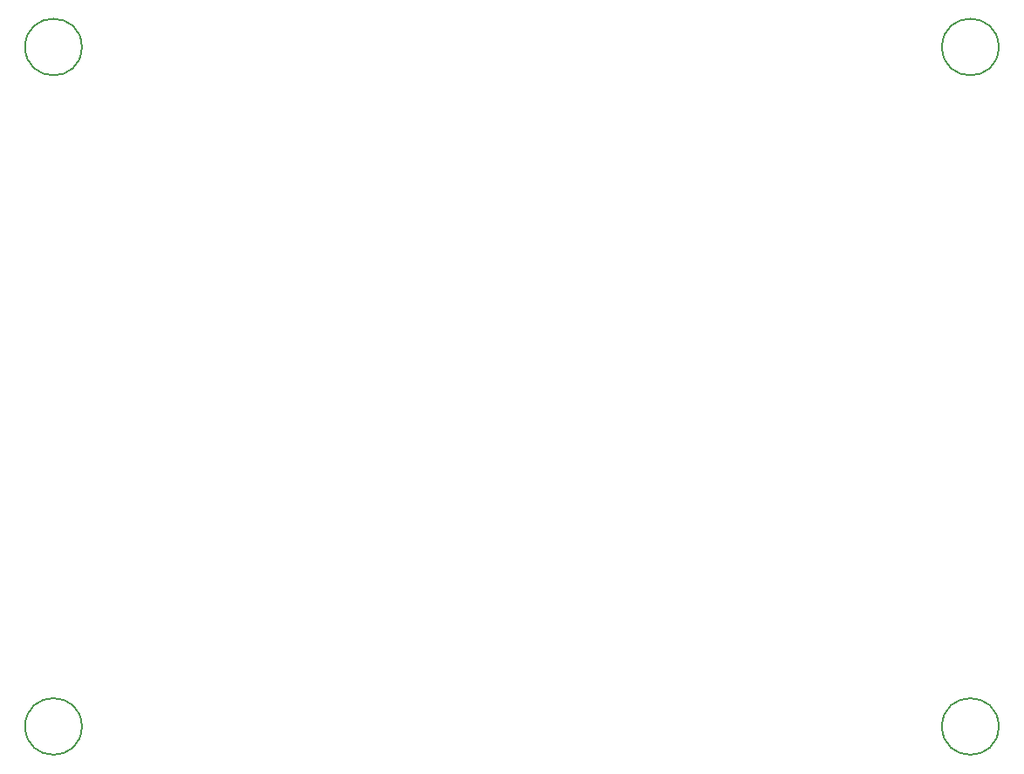
<source format=gbr>
%TF.GenerationSoftware,KiCad,Pcbnew,7.0.11*%
%TF.CreationDate,2024-12-01T20:51:01+09:00*%
%TF.ProjectId,AudioAmp_v0,41756469-6f41-46d7-905f-76302e6b6963,rev?*%
%TF.SameCoordinates,Original*%
%TF.FileFunction,Other,Comment*%
%FSLAX46Y46*%
G04 Gerber Fmt 4.6, Leading zero omitted, Abs format (unit mm)*
G04 Created by KiCad (PCBNEW 7.0.11) date 2024-12-01 20:51:01*
%MOMM*%
%LPD*%
G01*
G04 APERTURE LIST*
%ADD10C,0.150000*%
G04 APERTURE END LIST*
D10*
%TO.C,REF\u002A\u002A*%
X94750000Y-3000000D02*
G75*
G03*
X89250000Y-3000000I-2750000J0D01*
G01*
X89250000Y-3000000D02*
G75*
G03*
X94750000Y-3000000I2750000J0D01*
G01*
X5750000Y-69000000D02*
G75*
G03*
X250000Y-69000000I-2750000J0D01*
G01*
X250000Y-69000000D02*
G75*
G03*
X5750000Y-69000000I2750000J0D01*
G01*
X94750000Y-69000000D02*
G75*
G03*
X89250000Y-69000000I-2750000J0D01*
G01*
X89250000Y-69000000D02*
G75*
G03*
X94750000Y-69000000I2750000J0D01*
G01*
X5750000Y-3000000D02*
G75*
G03*
X250000Y-3000000I-2750000J0D01*
G01*
X250000Y-3000000D02*
G75*
G03*
X5750000Y-3000000I2750000J0D01*
G01*
%TD*%
M02*

</source>
